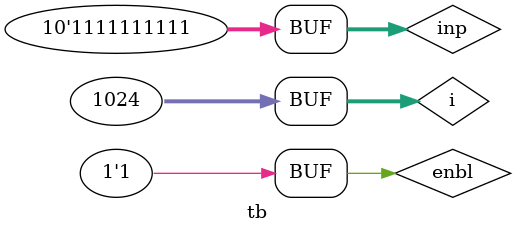
<source format=v>

module tb;

	reg enbl;
	reg [9:0] inp;
	wire [1023:0] out;
	integer i;

	decoder_10x1024 dut(.enable(enbl), .decoder_i(inp), .decoder_o(out));

	initial	 begin

		enbl = 1'b0;
		inp = 10'b0;
		#10;
		enbl = 1'b1;

		for(i=0; i<1024; i=i+1'b1) begin

			inp = i;
			#2;

		end

	end

	initial begin

		$dumpfile("dump.vcd");
		$dumpvars;

	end

endmodule

</source>
